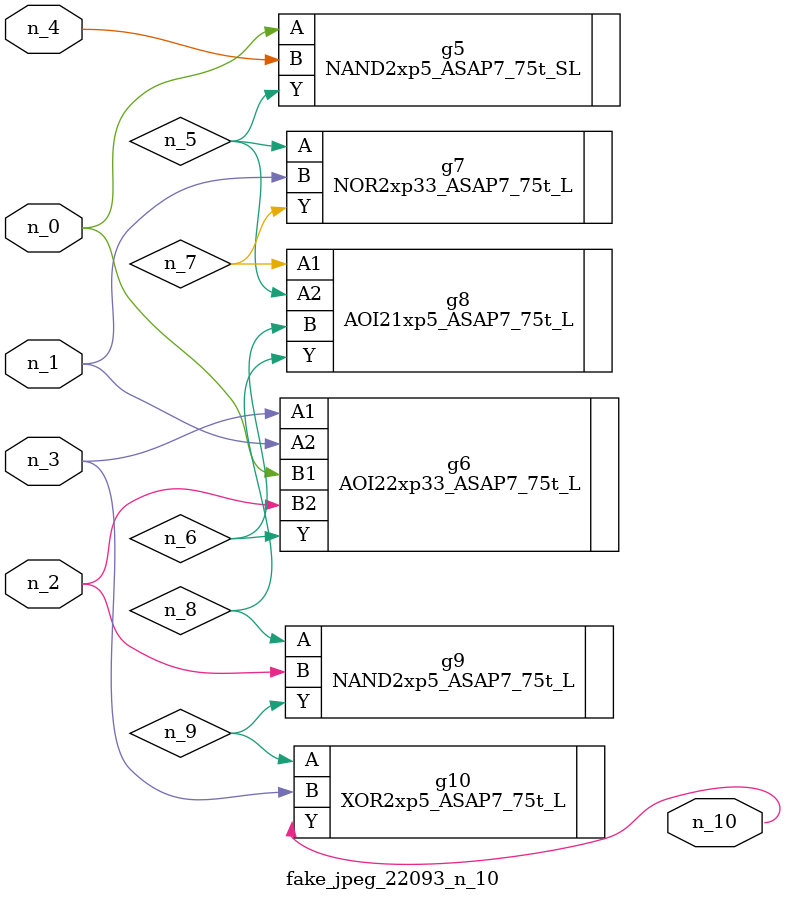
<source format=v>
module fake_jpeg_22093_n_10 (n_3, n_2, n_1, n_0, n_4, n_10);

input n_3;
input n_2;
input n_1;
input n_0;
input n_4;

output n_10;

wire n_8;
wire n_9;
wire n_6;
wire n_5;
wire n_7;

NAND2xp5_ASAP7_75t_SL g5 ( 
.A(n_0),
.B(n_4),
.Y(n_5)
);

AOI22xp33_ASAP7_75t_L g6 ( 
.A1(n_3),
.A2(n_1),
.B1(n_0),
.B2(n_2),
.Y(n_6)
);

NOR2xp33_ASAP7_75t_L g7 ( 
.A(n_5),
.B(n_1),
.Y(n_7)
);

AOI21xp5_ASAP7_75t_L g8 ( 
.A1(n_7),
.A2(n_5),
.B(n_6),
.Y(n_8)
);

NAND2xp5_ASAP7_75t_L g9 ( 
.A(n_8),
.B(n_2),
.Y(n_9)
);

XOR2xp5_ASAP7_75t_L g10 ( 
.A(n_9),
.B(n_3),
.Y(n_10)
);


endmodule
</source>
